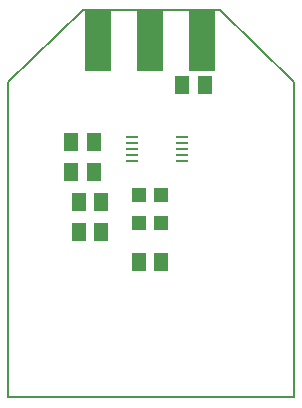
<source format=gtp>
G75*
G70*
%OFA0B0*%
%FSLAX24Y24*%
%IPPOS*%
%LPD*%
%AMOC8*
5,1,8,0,0,1.08239X$1,22.5*
%
%ADD10C,0.0080*%
%ADD11C,0.0000*%
%ADD12R,0.0900X0.2000*%
%ADD13R,0.0512X0.0591*%
%ADD14R,0.0394X0.0098*%
%ADD15R,0.0472X0.0472*%
D10*
X000196Y001085D02*
X009724Y001085D01*
X009724Y011580D01*
X007234Y013971D01*
X002686Y013971D01*
X000196Y011580D01*
X000196Y001085D01*
D11*
X002710Y013973D02*
X007110Y013973D01*
D12*
X006650Y012963D03*
X004910Y012963D03*
X003170Y012963D03*
D13*
X003034Y009598D03*
X003034Y008598D03*
X003284Y007598D03*
X003284Y006598D03*
X002536Y006598D03*
X002536Y007598D03*
X002286Y008598D03*
X002286Y009598D03*
X004536Y005598D03*
X005284Y005598D03*
X005986Y011473D03*
X006734Y011473D03*
D14*
X005992Y009742D03*
X005992Y009545D03*
X005992Y009348D03*
X005992Y009152D03*
X005992Y008955D03*
X004328Y008955D03*
X004328Y009152D03*
X004328Y009348D03*
X004328Y009545D03*
X004328Y009742D03*
D15*
X004536Y007821D03*
X004536Y006876D03*
X005284Y006876D03*
X005284Y007821D03*
M02*

</source>
